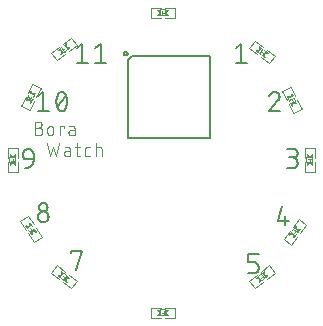
<source format=gto>
G04 EAGLE Gerber RS-274X export*
G75*
%MOMM*%
%FSLAX34Y34*%
%LPD*%
%INTop Silkscreen*%
%IPPOS*%
%AMOC8*
5,1,8,0,0,1.08239X$1,22.5*%
G01*
%ADD10C,0.152400*%
%ADD11C,0.101600*%
%ADD12C,0.100000*%
%ADD13R,0.500000X0.050000*%
%ADD14R,0.050000X0.500000*%
%ADD15C,0.203200*%

G36*
X248332Y196250D02*
X248332Y196250D01*
X252807Y198481D01*
X252808Y198483D01*
X252810Y198485D01*
X252809Y198485D01*
X252810Y198487D01*
X252809Y198487D01*
X252809Y198488D01*
X251471Y201172D01*
X251465Y201175D01*
X251465Y201174D01*
X251464Y201175D01*
X250569Y200728D01*
X250567Y200722D01*
X250694Y200353D01*
X250721Y199963D01*
X250647Y199580D01*
X250476Y199230D01*
X250220Y198935D01*
X249896Y198717D01*
X249527Y198590D01*
X249526Y198590D01*
X249455Y198585D01*
X249384Y198580D01*
X249313Y198575D01*
X249242Y198570D01*
X249171Y198565D01*
X249138Y198563D01*
X248755Y198637D01*
X248404Y198808D01*
X248109Y199064D01*
X247891Y199388D01*
X247888Y199389D01*
X247887Y199390D01*
X247885Y199390D01*
X247884Y199390D01*
X246989Y198944D01*
X246987Y198938D01*
X246987Y198937D01*
X248326Y196252D01*
X248332Y196250D01*
X248332Y196250D01*
G37*
G36*
X251455Y189986D02*
X251455Y189986D01*
X251456Y189985D01*
X252351Y190432D01*
X252353Y190436D01*
X252353Y190437D01*
X252353Y190438D01*
X252226Y190807D01*
X252199Y191197D01*
X252273Y191580D01*
X252444Y191930D01*
X252700Y192225D01*
X253024Y192443D01*
X253393Y192570D01*
X253782Y192597D01*
X254165Y192523D01*
X254516Y192352D01*
X254811Y192096D01*
X255029Y191772D01*
X255035Y191770D01*
X255036Y191770D01*
X255931Y192216D01*
X255932Y192219D01*
X255933Y192220D01*
X255932Y192221D01*
X255933Y192222D01*
X255933Y192223D01*
X254594Y194908D01*
X254588Y194910D01*
X250113Y192679D01*
X250110Y192673D01*
X250111Y192673D01*
X250111Y192672D01*
X251449Y189988D01*
X251455Y189985D01*
X251455Y189986D01*
G37*
G36*
X33614Y198792D02*
X33614Y198792D01*
X34953Y201477D01*
X34951Y201483D01*
X34951Y201484D01*
X34056Y201930D01*
X34055Y201930D01*
X34053Y201930D01*
X34052Y201929D01*
X34049Y201928D01*
X33831Y201604D01*
X33536Y201348D01*
X33185Y201177D01*
X32802Y201103D01*
X32769Y201105D01*
X32698Y201110D01*
X32627Y201115D01*
X32556Y201120D01*
X32485Y201125D01*
X32414Y201130D01*
X32413Y201130D01*
X32044Y201257D01*
X31720Y201475D01*
X31464Y201770D01*
X31293Y202120D01*
X31219Y202503D01*
X31221Y202530D01*
X31224Y202575D01*
X31227Y202615D01*
X31230Y202659D01*
X31232Y202699D01*
X31233Y202699D01*
X31232Y202699D01*
X31233Y202704D01*
X31236Y202744D01*
X31238Y202784D01*
X31239Y202789D01*
X31242Y202828D01*
X31245Y202873D01*
X31246Y202893D01*
X31373Y203262D01*
X31371Y203268D01*
X30476Y203715D01*
X30469Y203713D01*
X30470Y203713D01*
X30469Y203712D01*
X29131Y201028D01*
X29131Y201026D01*
X29130Y201026D01*
X29131Y201025D01*
X29132Y201021D01*
X29133Y201021D01*
X33608Y198790D01*
X33614Y198792D01*
G37*
G36*
X30491Y192527D02*
X30491Y192527D01*
X30490Y192527D01*
X30491Y192528D01*
X31829Y195212D01*
X31828Y195219D01*
X31827Y195219D01*
X27352Y197450D01*
X27346Y197448D01*
X26007Y194763D01*
X26008Y194762D01*
X26007Y194761D01*
X26008Y194760D01*
X26009Y194757D01*
X26009Y194756D01*
X26904Y194310D01*
X26911Y194312D01*
X27129Y194636D01*
X27424Y194892D01*
X27775Y195063D01*
X28158Y195137D01*
X28547Y195110D01*
X28916Y194983D01*
X29240Y194765D01*
X29496Y194470D01*
X29667Y194120D01*
X29741Y193737D01*
X29739Y193708D01*
X29739Y193703D01*
X29736Y193663D01*
X29733Y193619D01*
X29730Y193579D01*
X29727Y193534D01*
X29724Y193494D01*
X29721Y193450D01*
X29718Y193410D01*
X29715Y193365D01*
X29714Y193347D01*
X29587Y192978D01*
X29589Y192972D01*
X30484Y192525D01*
X30491Y192527D01*
G37*
G36*
X228570Y231220D02*
X228570Y231220D01*
X229169Y232021D01*
X229169Y232022D01*
X229169Y232023D01*
X229169Y232027D01*
X228889Y232300D01*
X228690Y232636D01*
X228584Y233012D01*
X228579Y233402D01*
X228676Y233780D01*
X228867Y234120D01*
X229139Y234400D01*
X229475Y234599D01*
X229851Y234705D01*
X230241Y234709D01*
X230619Y234613D01*
X230960Y234422D01*
X230966Y234423D01*
X231565Y235224D01*
X231565Y235230D01*
X231564Y235230D01*
X231564Y235231D01*
X229162Y237028D01*
X229155Y237027D01*
X226160Y233023D01*
X226160Y233017D01*
X226161Y233017D01*
X226161Y233016D01*
X228563Y231219D01*
X228570Y231220D01*
G37*
G36*
X222965Y235413D02*
X222965Y235413D01*
X225960Y239417D01*
X225960Y239423D01*
X225959Y239423D01*
X225959Y239424D01*
X223557Y241221D01*
X223550Y241220D01*
X222951Y240419D01*
X222951Y240413D01*
X223231Y240140D01*
X223430Y239804D01*
X223536Y239428D01*
X223541Y239038D01*
X223444Y238660D01*
X223253Y238320D01*
X222981Y238040D01*
X222645Y237841D01*
X222269Y237735D01*
X221963Y237732D01*
X221961Y237732D01*
X221879Y237731D01*
X221501Y237827D01*
X221160Y238018D01*
X221154Y238017D01*
X220555Y237216D01*
X220555Y237210D01*
X220556Y237210D01*
X220556Y237209D01*
X222958Y235412D01*
X222965Y235413D01*
G37*
G36*
X253010Y78315D02*
X253010Y78315D01*
X253010Y78316D01*
X253011Y78316D01*
X254808Y80718D01*
X254807Y80725D01*
X250803Y83720D01*
X250800Y83720D01*
X250799Y83720D01*
X250797Y83720D01*
X250797Y83719D01*
X250796Y83719D01*
X248999Y81317D01*
X248999Y81316D01*
X248999Y81315D01*
X249000Y81310D01*
X249801Y80711D01*
X249807Y80711D01*
X250080Y80991D01*
X250416Y81190D01*
X250792Y81296D01*
X251182Y81301D01*
X251560Y81204D01*
X251900Y81013D01*
X252180Y80741D01*
X252379Y80405D01*
X252485Y80029D01*
X252489Y79639D01*
X252393Y79261D01*
X252202Y78920D01*
X252203Y78914D01*
X253004Y78315D01*
X253010Y78315D01*
G37*
G36*
X257203Y83920D02*
X257203Y83920D01*
X257203Y83921D01*
X257204Y83921D01*
X259001Y86323D01*
X259000Y86330D01*
X258199Y86929D01*
X258197Y86929D01*
X258196Y86930D01*
X258195Y86929D01*
X258193Y86929D01*
X257920Y86649D01*
X257584Y86450D01*
X257208Y86344D01*
X257186Y86344D01*
X257183Y86344D01*
X256818Y86339D01*
X256440Y86436D01*
X256100Y86627D01*
X255820Y86899D01*
X255621Y87235D01*
X255515Y87611D01*
X255511Y88001D01*
X255607Y88379D01*
X255798Y88720D01*
X255797Y88726D01*
X254996Y89325D01*
X254993Y89325D01*
X254992Y89325D01*
X254990Y89325D01*
X254990Y89324D01*
X254989Y89324D01*
X253192Y86922D01*
X253192Y86921D01*
X253192Y86920D01*
X253193Y86915D01*
X257197Y83920D01*
X257203Y83920D01*
G37*
G36*
X61538Y238017D02*
X61538Y238017D01*
X63902Y239864D01*
X63903Y239871D01*
X63287Y240659D01*
X63281Y240661D01*
X62944Y240462D01*
X62568Y240358D01*
X62423Y240357D01*
X62419Y240357D01*
X62178Y240354D01*
X61800Y240452D01*
X61460Y240644D01*
X61182Y240918D01*
X60984Y241254D01*
X60880Y241630D01*
X60876Y242020D01*
X60974Y242398D01*
X61166Y242738D01*
X61440Y243017D01*
X61440Y243018D01*
X61441Y243019D01*
X61440Y243020D01*
X61440Y243023D01*
X60825Y243811D01*
X60818Y243813D01*
X60818Y243812D01*
X58454Y241965D01*
X58453Y241963D01*
X58452Y241962D01*
X58453Y241961D01*
X58453Y241959D01*
X58453Y241958D01*
X61531Y238018D01*
X61538Y238017D01*
X61538Y238017D01*
G37*
G36*
X56022Y233708D02*
X56022Y233708D01*
X58386Y235555D01*
X58387Y235561D01*
X58387Y235562D01*
X55309Y239502D01*
X55302Y239503D01*
X52938Y237656D01*
X52937Y237654D01*
X52936Y237652D01*
X52937Y237651D01*
X52937Y237649D01*
X53553Y236861D01*
X53559Y236859D01*
X53896Y237058D01*
X54272Y237162D01*
X54662Y237166D01*
X55040Y237068D01*
X55380Y236876D01*
X55658Y236602D01*
X55856Y236266D01*
X55960Y235890D01*
X55964Y235500D01*
X55866Y235122D01*
X55674Y234782D01*
X55400Y234503D01*
X55400Y234497D01*
X56015Y233709D01*
X56022Y233707D01*
X56022Y233708D01*
G37*
G36*
X265205Y139779D02*
X265205Y139779D01*
X265211Y139824D01*
X265211Y139829D01*
X265212Y139829D01*
X265211Y139829D01*
X265212Y139834D01*
X265213Y139839D01*
X265213Y139844D01*
X265214Y139849D01*
X265221Y139904D01*
X265222Y139909D01*
X265223Y139913D01*
X265223Y139914D01*
X265223Y139918D01*
X265223Y139919D01*
X265224Y139923D01*
X265225Y139928D01*
X265232Y139983D01*
X265232Y139988D01*
X265233Y139993D01*
X265234Y139998D01*
X265234Y140003D01*
X265235Y140008D01*
X265243Y140068D01*
X265244Y140072D01*
X265244Y140073D01*
X265244Y140077D01*
X265244Y140078D01*
X265245Y140082D01*
X265246Y140087D01*
X265246Y140092D01*
X265253Y140147D01*
X265254Y140152D01*
X265255Y140157D01*
X265255Y140162D01*
X265256Y140167D01*
X265405Y140527D01*
X265643Y140837D01*
X265953Y141075D01*
X266313Y141224D01*
X266700Y141275D01*
X267087Y141224D01*
X267447Y141075D01*
X267757Y140837D01*
X267995Y140527D01*
X268144Y140167D01*
X268195Y139779D01*
X268200Y139775D01*
X269200Y139775D01*
X269205Y139779D01*
X269205Y139780D01*
X269205Y142780D01*
X269201Y142785D01*
X269200Y142785D01*
X264200Y142785D01*
X264195Y142781D01*
X264195Y142780D01*
X264195Y139780D01*
X264199Y139775D01*
X264200Y139775D01*
X265200Y139775D01*
X265205Y139779D01*
G37*
G36*
X13745Y139779D02*
X13745Y139779D01*
X13751Y139824D01*
X13751Y139829D01*
X13752Y139829D01*
X13751Y139829D01*
X13752Y139834D01*
X13753Y139839D01*
X13753Y139844D01*
X13754Y139849D01*
X13761Y139904D01*
X13762Y139909D01*
X13763Y139913D01*
X13763Y139914D01*
X13763Y139918D01*
X13763Y139919D01*
X13764Y139923D01*
X13765Y139928D01*
X13772Y139983D01*
X13772Y139988D01*
X13773Y139993D01*
X13774Y139998D01*
X13774Y140003D01*
X13775Y140008D01*
X13783Y140068D01*
X13784Y140072D01*
X13784Y140073D01*
X13784Y140077D01*
X13784Y140078D01*
X13785Y140082D01*
X13786Y140087D01*
X13786Y140092D01*
X13793Y140147D01*
X13794Y140152D01*
X13795Y140157D01*
X13795Y140162D01*
X13796Y140167D01*
X13945Y140527D01*
X14183Y140837D01*
X14493Y141075D01*
X14853Y141224D01*
X15240Y141275D01*
X15627Y141224D01*
X15987Y141075D01*
X16297Y140837D01*
X16535Y140527D01*
X16684Y140167D01*
X16735Y139779D01*
X16740Y139775D01*
X17740Y139775D01*
X17745Y139779D01*
X17745Y139780D01*
X17745Y142780D01*
X17741Y142785D01*
X17740Y142785D01*
X12740Y142785D01*
X12735Y142781D01*
X12735Y142780D01*
X12735Y139780D01*
X12739Y139775D01*
X12740Y139775D01*
X13740Y139775D01*
X13745Y139779D01*
G37*
G36*
X140245Y12739D02*
X140245Y12739D01*
X140245Y12740D01*
X140245Y17740D01*
X140241Y17745D01*
X140240Y17745D01*
X137240Y17745D01*
X137235Y17741D01*
X137235Y17740D01*
X137235Y16740D01*
X137239Y16735D01*
X137627Y16684D01*
X137987Y16535D01*
X138297Y16297D01*
X138535Y15987D01*
X138684Y15627D01*
X138735Y15240D01*
X138734Y15235D01*
X138734Y15230D01*
X138726Y15175D01*
X138726Y15170D01*
X138725Y15165D01*
X138725Y15160D01*
X138724Y15160D01*
X138725Y15160D01*
X138724Y15155D01*
X138723Y15150D01*
X138715Y15091D01*
X138715Y15086D01*
X138714Y15081D01*
X138713Y15076D01*
X138713Y15071D01*
X138712Y15066D01*
X138705Y15011D01*
X138704Y15006D01*
X138704Y15001D01*
X138703Y14996D01*
X138702Y14991D01*
X138702Y14987D01*
X138702Y14986D01*
X138694Y14927D01*
X138693Y14922D01*
X138692Y14917D01*
X138692Y14912D01*
X138691Y14907D01*
X138690Y14902D01*
X138684Y14853D01*
X138535Y14493D01*
X138297Y14183D01*
X137987Y13945D01*
X137627Y13796D01*
X137239Y13745D01*
X137235Y13740D01*
X137235Y12740D01*
X137239Y12735D01*
X137240Y12735D01*
X140240Y12735D01*
X140245Y12739D01*
G37*
G36*
X140245Y266739D02*
X140245Y266739D01*
X140245Y266740D01*
X140245Y271740D01*
X140241Y271745D01*
X140240Y271745D01*
X137240Y271745D01*
X137235Y271741D01*
X137235Y271740D01*
X137235Y270740D01*
X137239Y270735D01*
X137627Y270684D01*
X137987Y270535D01*
X138297Y270297D01*
X138535Y269987D01*
X138684Y269627D01*
X138735Y269240D01*
X138734Y269235D01*
X138734Y269230D01*
X138726Y269175D01*
X138726Y269170D01*
X138725Y269165D01*
X138725Y269160D01*
X138724Y269160D01*
X138725Y269160D01*
X138724Y269155D01*
X138723Y269150D01*
X138715Y269091D01*
X138715Y269086D01*
X138714Y269081D01*
X138713Y269076D01*
X138713Y269071D01*
X138712Y269066D01*
X138705Y269011D01*
X138704Y269006D01*
X138704Y269001D01*
X138703Y268996D01*
X138702Y268991D01*
X138702Y268987D01*
X138702Y268986D01*
X138694Y268927D01*
X138693Y268922D01*
X138692Y268917D01*
X138692Y268912D01*
X138691Y268907D01*
X138690Y268902D01*
X138684Y268853D01*
X138535Y268493D01*
X138297Y268183D01*
X137987Y267945D01*
X137627Y267796D01*
X137239Y267745D01*
X137235Y267740D01*
X137235Y266740D01*
X137239Y266735D01*
X137240Y266735D01*
X140240Y266735D01*
X140245Y266739D01*
G37*
G36*
X27293Y86633D02*
X27293Y86633D01*
X31453Y89407D01*
X31455Y89413D01*
X31454Y89413D01*
X31454Y89414D01*
X29790Y91910D01*
X29783Y91911D01*
X28951Y91356D01*
X28950Y91354D01*
X28949Y91353D01*
X28950Y91352D01*
X28949Y91350D01*
X29122Y90999D01*
X29198Y90616D01*
X29186Y90443D01*
X29183Y90399D01*
X29180Y90354D01*
X29177Y90309D01*
X29174Y90265D01*
X29172Y90227D01*
X29046Y89857D01*
X28829Y89533D01*
X28535Y89276D01*
X28185Y89104D01*
X27802Y89028D01*
X27745Y89032D01*
X27670Y89037D01*
X27595Y89042D01*
X27520Y89047D01*
X27446Y89052D01*
X27413Y89054D01*
X27043Y89180D01*
X26719Y89397D01*
X26462Y89691D01*
X26455Y89692D01*
X25623Y89137D01*
X25621Y89130D01*
X25622Y89130D01*
X27286Y86634D01*
X27293Y86632D01*
X27293Y86633D01*
G37*
G36*
X31177Y80809D02*
X31177Y80809D01*
X32009Y81364D01*
X32011Y81370D01*
X31838Y81721D01*
X31762Y82104D01*
X31764Y82129D01*
X31767Y82174D01*
X31770Y82219D01*
X31773Y82263D01*
X31776Y82308D01*
X31779Y82353D01*
X31782Y82397D01*
X31782Y82398D01*
X31788Y82493D01*
X31914Y82863D01*
X32131Y83187D01*
X32425Y83444D01*
X32775Y83616D01*
X33158Y83692D01*
X33547Y83666D01*
X33917Y83540D01*
X34241Y83323D01*
X34498Y83029D01*
X34505Y83028D01*
X35337Y83583D01*
X35339Y83590D01*
X35338Y83590D01*
X33674Y86086D01*
X33667Y86088D01*
X33667Y86087D01*
X29507Y83313D01*
X29505Y83307D01*
X29506Y83307D01*
X29506Y83306D01*
X31170Y80810D01*
X31177Y80809D01*
X31177Y80809D01*
G37*
G36*
X17745Y146779D02*
X17745Y146779D01*
X17745Y146780D01*
X17745Y149780D01*
X17741Y149785D01*
X17740Y149785D01*
X16740Y149785D01*
X16735Y149781D01*
X16735Y149777D01*
X16734Y149772D01*
X16733Y149767D01*
X16733Y149762D01*
X16732Y149757D01*
X16731Y149752D01*
X16724Y149697D01*
X16723Y149692D01*
X16723Y149687D01*
X16722Y149682D01*
X16721Y149677D01*
X16721Y149672D01*
X16713Y149613D01*
X16712Y149608D01*
X16712Y149603D01*
X16711Y149598D01*
X16710Y149593D01*
X16710Y149588D01*
X16703Y149533D01*
X16702Y149533D01*
X16702Y149528D01*
X16701Y149523D01*
X16701Y149518D01*
X16700Y149513D01*
X16699Y149508D01*
X16692Y149454D01*
X16691Y149449D01*
X16691Y149444D01*
X16690Y149439D01*
X16689Y149434D01*
X16689Y149429D01*
X16684Y149393D01*
X16535Y149033D01*
X16297Y148723D01*
X15987Y148485D01*
X15627Y148336D01*
X15240Y148285D01*
X14853Y148336D01*
X14493Y148485D01*
X14183Y148723D01*
X13945Y149033D01*
X13796Y149393D01*
X13745Y149781D01*
X13740Y149785D01*
X12740Y149785D01*
X12735Y149781D01*
X12735Y149780D01*
X12735Y146780D01*
X12739Y146775D01*
X12740Y146775D01*
X17740Y146775D01*
X17745Y146779D01*
G37*
G36*
X269205Y146779D02*
X269205Y146779D01*
X269205Y146780D01*
X269205Y149780D01*
X269201Y149785D01*
X269200Y149785D01*
X268200Y149785D01*
X268195Y149781D01*
X268195Y149777D01*
X268194Y149772D01*
X268193Y149767D01*
X268193Y149762D01*
X268192Y149757D01*
X268191Y149752D01*
X268184Y149697D01*
X268183Y149692D01*
X268183Y149687D01*
X268182Y149682D01*
X268181Y149677D01*
X268181Y149672D01*
X268173Y149613D01*
X268172Y149608D01*
X268172Y149603D01*
X268171Y149598D01*
X268170Y149593D01*
X268170Y149588D01*
X268163Y149533D01*
X268162Y149533D01*
X268162Y149528D01*
X268161Y149523D01*
X268161Y149518D01*
X268160Y149513D01*
X268159Y149508D01*
X268152Y149454D01*
X268151Y149449D01*
X268151Y149444D01*
X268150Y149439D01*
X268149Y149434D01*
X268149Y149429D01*
X268144Y149393D01*
X267995Y149033D01*
X267757Y148723D01*
X267447Y148485D01*
X267087Y148336D01*
X266700Y148285D01*
X266313Y148336D01*
X265953Y148485D01*
X265643Y148723D01*
X265405Y149033D01*
X265256Y149393D01*
X265205Y149781D01*
X265200Y149785D01*
X264200Y149785D01*
X264195Y149781D01*
X264195Y149780D01*
X264195Y146780D01*
X264199Y146775D01*
X264200Y146775D01*
X269200Y146775D01*
X269205Y146779D01*
G37*
G36*
X147245Y12739D02*
X147245Y12739D01*
X147245Y12740D01*
X147245Y13740D01*
X147241Y13745D01*
X146853Y13796D01*
X146493Y13945D01*
X146183Y14183D01*
X145945Y14493D01*
X145796Y14853D01*
X145745Y15240D01*
X145750Y15278D01*
X145751Y15283D01*
X145751Y15288D01*
X145752Y15293D01*
X145753Y15298D01*
X145753Y15303D01*
X145761Y15363D01*
X145762Y15368D01*
X145763Y15373D01*
X145763Y15378D01*
X145764Y15383D01*
X145764Y15388D01*
X145765Y15388D01*
X145764Y15388D01*
X145772Y15442D01*
X145772Y15447D01*
X145773Y15452D01*
X145774Y15457D01*
X145774Y15462D01*
X145775Y15467D01*
X145782Y15522D01*
X145783Y15527D01*
X145783Y15532D01*
X145784Y15537D01*
X145785Y15542D01*
X145785Y15547D01*
X145793Y15606D01*
X145794Y15611D01*
X145795Y15616D01*
X145795Y15621D01*
X145796Y15626D01*
X145796Y15627D01*
X145945Y15987D01*
X146183Y16297D01*
X146493Y16535D01*
X146853Y16684D01*
X147241Y16735D01*
X147245Y16740D01*
X147245Y17740D01*
X147241Y17745D01*
X147240Y17745D01*
X144240Y17745D01*
X144235Y17741D01*
X144235Y17740D01*
X144235Y12740D01*
X144239Y12735D01*
X144240Y12735D01*
X147240Y12735D01*
X147245Y12739D01*
G37*
G36*
X147245Y266739D02*
X147245Y266739D01*
X147245Y266740D01*
X147245Y267740D01*
X147241Y267745D01*
X146853Y267796D01*
X146493Y267945D01*
X146183Y268183D01*
X145945Y268493D01*
X145796Y268853D01*
X145745Y269240D01*
X145750Y269278D01*
X145751Y269283D01*
X145751Y269288D01*
X145752Y269293D01*
X145753Y269298D01*
X145753Y269303D01*
X145761Y269363D01*
X145762Y269368D01*
X145763Y269373D01*
X145763Y269378D01*
X145764Y269383D01*
X145764Y269388D01*
X145765Y269388D01*
X145764Y269388D01*
X145772Y269442D01*
X145772Y269447D01*
X145773Y269452D01*
X145774Y269457D01*
X145774Y269462D01*
X145775Y269467D01*
X145782Y269522D01*
X145783Y269527D01*
X145783Y269532D01*
X145784Y269537D01*
X145785Y269542D01*
X145785Y269547D01*
X145793Y269606D01*
X145794Y269611D01*
X145795Y269616D01*
X145795Y269621D01*
X145796Y269626D01*
X145796Y269627D01*
X145945Y269987D01*
X146183Y270297D01*
X146493Y270535D01*
X146853Y270684D01*
X147241Y270735D01*
X147245Y270740D01*
X147245Y271740D01*
X147241Y271745D01*
X147240Y271745D01*
X144240Y271745D01*
X144235Y271741D01*
X144235Y271740D01*
X144235Y266740D01*
X144239Y266735D01*
X144240Y266735D01*
X147240Y266735D01*
X147245Y266739D01*
G37*
G36*
X223724Y40639D02*
X223724Y40639D01*
X226065Y42515D01*
X226066Y42521D01*
X226066Y42522D01*
X222940Y46424D01*
X222933Y46425D01*
X222933Y46424D01*
X220592Y44549D01*
X220590Y44542D01*
X220591Y44542D01*
X221216Y43761D01*
X221223Y43760D01*
X221557Y43963D01*
X221932Y44072D01*
X222322Y44080D01*
X222701Y43987D01*
X223043Y43799D01*
X223325Y43529D01*
X223527Y43195D01*
X223636Y42820D01*
X223644Y42430D01*
X223551Y42051D01*
X223363Y41709D01*
X223092Y41427D01*
X223092Y41424D01*
X223091Y41423D01*
X223092Y41422D01*
X223092Y41420D01*
X223717Y40640D01*
X223724Y40638D01*
X223724Y40639D01*
G37*
G36*
X60763Y40639D02*
X60763Y40639D01*
X60762Y40640D01*
X60763Y40640D01*
X61388Y41420D01*
X61388Y41421D01*
X61389Y41422D01*
X61388Y41423D01*
X61388Y41427D01*
X61117Y41709D01*
X60929Y42051D01*
X60836Y42430D01*
X60844Y42820D01*
X60953Y43195D01*
X61155Y43529D01*
X61437Y43799D01*
X61779Y43987D01*
X62158Y44080D01*
X62548Y44072D01*
X62923Y43963D01*
X63257Y43760D01*
X63264Y43761D01*
X63889Y44542D01*
X63889Y44548D01*
X63888Y44548D01*
X63888Y44549D01*
X61547Y46424D01*
X61540Y46424D01*
X61541Y46424D01*
X61540Y46424D01*
X58414Y42522D01*
X58414Y42515D01*
X58415Y42515D01*
X60756Y40639D01*
X60763Y40639D01*
G37*
G36*
X229187Y45016D02*
X229187Y45016D01*
X231528Y46891D01*
X231530Y46898D01*
X231529Y46898D01*
X230904Y47679D01*
X230897Y47680D01*
X230563Y47477D01*
X230188Y47368D01*
X230009Y47365D01*
X230007Y47365D01*
X229798Y47360D01*
X229419Y47453D01*
X229077Y47641D01*
X228795Y47911D01*
X228593Y48245D01*
X228484Y48620D01*
X228476Y49010D01*
X228569Y49389D01*
X228757Y49731D01*
X229028Y50013D01*
X229028Y50017D01*
X229028Y50018D01*
X229028Y50020D01*
X228403Y50800D01*
X228396Y50802D01*
X228396Y50801D01*
X226055Y48925D01*
X226054Y48919D01*
X226054Y48918D01*
X229180Y45016D01*
X229187Y45015D01*
X229187Y45016D01*
G37*
G36*
X55300Y45016D02*
X55300Y45016D01*
X55299Y45016D01*
X55300Y45016D01*
X58426Y48918D01*
X58426Y48925D01*
X58425Y48925D01*
X56084Y50801D01*
X56077Y50801D01*
X56078Y50800D01*
X56077Y50800D01*
X55452Y50020D01*
X55452Y50019D01*
X55452Y50018D01*
X55452Y50013D01*
X55723Y49731D01*
X55911Y49389D01*
X56004Y49010D01*
X55996Y48620D01*
X55887Y48245D01*
X55685Y47911D01*
X55403Y47641D01*
X55061Y47453D01*
X54682Y47360D01*
X54473Y47365D01*
X54471Y47365D01*
X54292Y47368D01*
X53917Y47477D01*
X53583Y47680D01*
X53576Y47679D01*
X52951Y46898D01*
X52951Y46892D01*
X52952Y46892D01*
X52952Y46891D01*
X55293Y45016D01*
X55300Y45016D01*
G37*
D10*
X32653Y145147D02*
X27234Y145147D01*
X27116Y145149D01*
X26998Y145155D01*
X26880Y145164D01*
X26763Y145178D01*
X26646Y145195D01*
X26529Y145216D01*
X26414Y145241D01*
X26299Y145270D01*
X26185Y145303D01*
X26073Y145339D01*
X25962Y145379D01*
X25852Y145422D01*
X25743Y145469D01*
X25636Y145519D01*
X25531Y145574D01*
X25428Y145631D01*
X25327Y145692D01*
X25227Y145756D01*
X25130Y145823D01*
X25035Y145893D01*
X24943Y145967D01*
X24852Y146043D01*
X24765Y146123D01*
X24680Y146205D01*
X24598Y146290D01*
X24518Y146377D01*
X24442Y146468D01*
X24368Y146560D01*
X24298Y146655D01*
X24231Y146752D01*
X24167Y146852D01*
X24106Y146953D01*
X24049Y147056D01*
X23994Y147161D01*
X23944Y147268D01*
X23897Y147377D01*
X23854Y147487D01*
X23814Y147598D01*
X23778Y147710D01*
X23745Y147824D01*
X23716Y147939D01*
X23691Y148054D01*
X23670Y148171D01*
X23653Y148288D01*
X23639Y148405D01*
X23630Y148523D01*
X23624Y148641D01*
X23622Y148759D01*
X23622Y149662D01*
X23624Y149795D01*
X23630Y149927D01*
X23640Y150059D01*
X23653Y150191D01*
X23671Y150323D01*
X23692Y150453D01*
X23717Y150584D01*
X23746Y150713D01*
X23779Y150841D01*
X23815Y150969D01*
X23855Y151095D01*
X23899Y151220D01*
X23947Y151344D01*
X23998Y151466D01*
X24053Y151587D01*
X24111Y151706D01*
X24173Y151824D01*
X24238Y151939D01*
X24307Y152053D01*
X24378Y152164D01*
X24454Y152273D01*
X24532Y152380D01*
X24613Y152485D01*
X24698Y152587D01*
X24785Y152687D01*
X24875Y152784D01*
X24968Y152879D01*
X25064Y152970D01*
X25162Y153059D01*
X25263Y153145D01*
X25367Y153228D01*
X25473Y153308D01*
X25581Y153384D01*
X25691Y153458D01*
X25804Y153528D01*
X25918Y153595D01*
X26035Y153658D01*
X26153Y153718D01*
X26273Y153775D01*
X26395Y153828D01*
X26518Y153877D01*
X26642Y153923D01*
X26768Y153965D01*
X26895Y154003D01*
X27023Y154038D01*
X27152Y154069D01*
X27281Y154096D01*
X27412Y154119D01*
X27543Y154139D01*
X27675Y154154D01*
X27807Y154166D01*
X27939Y154174D01*
X28072Y154178D01*
X28204Y154178D01*
X28337Y154174D01*
X28469Y154166D01*
X28601Y154154D01*
X28733Y154139D01*
X28864Y154119D01*
X28995Y154096D01*
X29124Y154069D01*
X29253Y154038D01*
X29381Y154003D01*
X29508Y153965D01*
X29634Y153923D01*
X29758Y153877D01*
X29881Y153828D01*
X30003Y153775D01*
X30123Y153718D01*
X30241Y153658D01*
X30358Y153595D01*
X30472Y153528D01*
X30585Y153458D01*
X30695Y153384D01*
X30803Y153308D01*
X30909Y153228D01*
X31013Y153145D01*
X31114Y153059D01*
X31212Y152970D01*
X31308Y152879D01*
X31401Y152784D01*
X31491Y152687D01*
X31578Y152587D01*
X31663Y152485D01*
X31744Y152380D01*
X31822Y152273D01*
X31898Y152164D01*
X31969Y152053D01*
X32038Y151939D01*
X32103Y151824D01*
X32165Y151706D01*
X32223Y151587D01*
X32278Y151466D01*
X32329Y151344D01*
X32377Y151220D01*
X32421Y151095D01*
X32461Y150969D01*
X32497Y150841D01*
X32530Y150713D01*
X32559Y150584D01*
X32584Y150453D01*
X32605Y150323D01*
X32623Y150191D01*
X32636Y150059D01*
X32646Y149927D01*
X32652Y149795D01*
X32654Y149662D01*
X32653Y149662D02*
X32653Y145147D01*
X32651Y144972D01*
X32645Y144798D01*
X32634Y144624D01*
X32619Y144450D01*
X32600Y144276D01*
X32577Y144103D01*
X32550Y143931D01*
X32518Y143759D01*
X32483Y143588D01*
X32443Y143418D01*
X32399Y143249D01*
X32351Y143081D01*
X32299Y142914D01*
X32243Y142749D01*
X32183Y142585D01*
X32120Y142422D01*
X32052Y142262D01*
X31980Y142102D01*
X31905Y141945D01*
X31825Y141789D01*
X31742Y141636D01*
X31656Y141484D01*
X31565Y141335D01*
X31471Y141188D01*
X31374Y141043D01*
X31273Y140900D01*
X31169Y140760D01*
X31061Y140623D01*
X30950Y140488D01*
X30836Y140356D01*
X30719Y140227D01*
X30598Y140100D01*
X30475Y139977D01*
X30348Y139856D01*
X30219Y139739D01*
X30087Y139625D01*
X29952Y139514D01*
X29815Y139406D01*
X29675Y139302D01*
X29532Y139201D01*
X29387Y139104D01*
X29240Y139010D01*
X29091Y138919D01*
X28939Y138833D01*
X28786Y138750D01*
X28630Y138670D01*
X28473Y138595D01*
X28313Y138523D01*
X28153Y138455D01*
X27990Y138392D01*
X27826Y138332D01*
X27661Y138276D01*
X27494Y138224D01*
X27326Y138176D01*
X27157Y138132D01*
X26987Y138092D01*
X26816Y138057D01*
X26644Y138025D01*
X26472Y137998D01*
X26299Y137975D01*
X26125Y137956D01*
X25951Y137941D01*
X25777Y137930D01*
X25603Y137924D01*
X25428Y137922D01*
X36322Y96718D02*
X36324Y96851D01*
X36330Y96983D01*
X36340Y97115D01*
X36353Y97247D01*
X36371Y97379D01*
X36392Y97509D01*
X36417Y97640D01*
X36446Y97769D01*
X36479Y97897D01*
X36515Y98025D01*
X36555Y98151D01*
X36599Y98276D01*
X36647Y98400D01*
X36698Y98522D01*
X36753Y98643D01*
X36811Y98762D01*
X36873Y98880D01*
X36938Y98995D01*
X37007Y99109D01*
X37078Y99220D01*
X37154Y99329D01*
X37232Y99436D01*
X37313Y99541D01*
X37398Y99643D01*
X37485Y99743D01*
X37575Y99840D01*
X37668Y99935D01*
X37764Y100026D01*
X37862Y100115D01*
X37963Y100201D01*
X38067Y100284D01*
X38173Y100364D01*
X38281Y100440D01*
X38391Y100514D01*
X38504Y100584D01*
X38618Y100651D01*
X38735Y100714D01*
X38853Y100774D01*
X38973Y100831D01*
X39095Y100884D01*
X39218Y100933D01*
X39342Y100979D01*
X39468Y101021D01*
X39595Y101059D01*
X39723Y101094D01*
X39852Y101125D01*
X39981Y101152D01*
X40112Y101175D01*
X40243Y101195D01*
X40375Y101210D01*
X40507Y101222D01*
X40639Y101230D01*
X40772Y101234D01*
X40904Y101234D01*
X41037Y101230D01*
X41169Y101222D01*
X41301Y101210D01*
X41433Y101195D01*
X41564Y101175D01*
X41695Y101152D01*
X41824Y101125D01*
X41953Y101094D01*
X42081Y101059D01*
X42208Y101021D01*
X42334Y100979D01*
X42458Y100933D01*
X42581Y100884D01*
X42703Y100831D01*
X42823Y100774D01*
X42941Y100714D01*
X43058Y100651D01*
X43172Y100584D01*
X43285Y100514D01*
X43395Y100440D01*
X43503Y100364D01*
X43609Y100284D01*
X43713Y100201D01*
X43814Y100115D01*
X43912Y100026D01*
X44008Y99935D01*
X44101Y99840D01*
X44191Y99743D01*
X44278Y99643D01*
X44363Y99541D01*
X44444Y99436D01*
X44522Y99329D01*
X44598Y99220D01*
X44669Y99109D01*
X44738Y98995D01*
X44803Y98880D01*
X44865Y98762D01*
X44923Y98643D01*
X44978Y98522D01*
X45029Y98400D01*
X45077Y98276D01*
X45121Y98151D01*
X45161Y98025D01*
X45197Y97897D01*
X45230Y97769D01*
X45259Y97640D01*
X45284Y97509D01*
X45305Y97379D01*
X45323Y97247D01*
X45336Y97115D01*
X45346Y96983D01*
X45352Y96851D01*
X45354Y96718D01*
X45352Y96585D01*
X45346Y96453D01*
X45336Y96321D01*
X45323Y96189D01*
X45305Y96057D01*
X45284Y95927D01*
X45259Y95796D01*
X45230Y95667D01*
X45197Y95539D01*
X45161Y95411D01*
X45121Y95285D01*
X45077Y95160D01*
X45029Y95036D01*
X44978Y94914D01*
X44923Y94793D01*
X44865Y94674D01*
X44803Y94556D01*
X44738Y94441D01*
X44669Y94327D01*
X44598Y94216D01*
X44522Y94107D01*
X44444Y94000D01*
X44363Y93895D01*
X44278Y93793D01*
X44191Y93693D01*
X44101Y93596D01*
X44008Y93501D01*
X43912Y93410D01*
X43814Y93321D01*
X43713Y93235D01*
X43609Y93152D01*
X43503Y93072D01*
X43395Y92996D01*
X43285Y92922D01*
X43172Y92852D01*
X43058Y92785D01*
X42941Y92722D01*
X42823Y92662D01*
X42703Y92605D01*
X42581Y92552D01*
X42458Y92503D01*
X42334Y92457D01*
X42208Y92415D01*
X42081Y92377D01*
X41953Y92342D01*
X41824Y92311D01*
X41695Y92284D01*
X41564Y92261D01*
X41433Y92241D01*
X41301Y92226D01*
X41169Y92214D01*
X41037Y92206D01*
X40904Y92202D01*
X40772Y92202D01*
X40639Y92206D01*
X40507Y92214D01*
X40375Y92226D01*
X40243Y92241D01*
X40112Y92261D01*
X39981Y92284D01*
X39852Y92311D01*
X39723Y92342D01*
X39595Y92377D01*
X39468Y92415D01*
X39342Y92457D01*
X39218Y92503D01*
X39095Y92552D01*
X38973Y92605D01*
X38853Y92662D01*
X38735Y92722D01*
X38618Y92785D01*
X38504Y92852D01*
X38391Y92922D01*
X38281Y92996D01*
X38173Y93072D01*
X38067Y93152D01*
X37963Y93235D01*
X37862Y93321D01*
X37764Y93410D01*
X37668Y93501D01*
X37575Y93596D01*
X37485Y93693D01*
X37398Y93793D01*
X37313Y93895D01*
X37232Y94000D01*
X37154Y94107D01*
X37078Y94216D01*
X37007Y94327D01*
X36938Y94441D01*
X36873Y94556D01*
X36811Y94674D01*
X36753Y94793D01*
X36698Y94914D01*
X36647Y95036D01*
X36599Y95160D01*
X36555Y95285D01*
X36515Y95411D01*
X36479Y95539D01*
X36446Y95667D01*
X36417Y95796D01*
X36392Y95927D01*
X36371Y96057D01*
X36353Y96189D01*
X36340Y96321D01*
X36330Y96453D01*
X36324Y96585D01*
X36322Y96718D01*
X37226Y104846D02*
X37228Y104965D01*
X37234Y105085D01*
X37244Y105204D01*
X37258Y105322D01*
X37275Y105441D01*
X37297Y105558D01*
X37322Y105675D01*
X37352Y105790D01*
X37385Y105905D01*
X37422Y106019D01*
X37462Y106131D01*
X37507Y106242D01*
X37555Y106351D01*
X37606Y106459D01*
X37661Y106565D01*
X37720Y106669D01*
X37782Y106771D01*
X37847Y106871D01*
X37916Y106969D01*
X37988Y107065D01*
X38063Y107158D01*
X38140Y107248D01*
X38221Y107336D01*
X38305Y107421D01*
X38392Y107503D01*
X38481Y107583D01*
X38573Y107659D01*
X38667Y107733D01*
X38764Y107803D01*
X38862Y107870D01*
X38963Y107934D01*
X39067Y107994D01*
X39172Y108051D01*
X39279Y108104D01*
X39387Y108154D01*
X39497Y108200D01*
X39609Y108242D01*
X39722Y108281D01*
X39836Y108316D01*
X39951Y108347D01*
X40068Y108375D01*
X40185Y108398D01*
X40302Y108418D01*
X40421Y108434D01*
X40540Y108446D01*
X40659Y108454D01*
X40778Y108458D01*
X40898Y108458D01*
X41017Y108454D01*
X41136Y108446D01*
X41255Y108434D01*
X41374Y108418D01*
X41491Y108398D01*
X41608Y108375D01*
X41725Y108347D01*
X41840Y108316D01*
X41954Y108281D01*
X42067Y108242D01*
X42179Y108200D01*
X42289Y108154D01*
X42397Y108104D01*
X42504Y108051D01*
X42609Y107994D01*
X42713Y107934D01*
X42814Y107870D01*
X42912Y107803D01*
X43009Y107733D01*
X43103Y107659D01*
X43195Y107583D01*
X43284Y107503D01*
X43371Y107421D01*
X43455Y107336D01*
X43536Y107248D01*
X43613Y107158D01*
X43688Y107065D01*
X43760Y106969D01*
X43829Y106871D01*
X43894Y106771D01*
X43956Y106669D01*
X44015Y106565D01*
X44070Y106459D01*
X44121Y106351D01*
X44169Y106242D01*
X44214Y106131D01*
X44254Y106019D01*
X44291Y105905D01*
X44324Y105790D01*
X44354Y105675D01*
X44379Y105558D01*
X44401Y105441D01*
X44418Y105322D01*
X44432Y105204D01*
X44442Y105085D01*
X44448Y104965D01*
X44450Y104846D01*
X44448Y104727D01*
X44442Y104607D01*
X44432Y104488D01*
X44418Y104370D01*
X44401Y104251D01*
X44379Y104134D01*
X44354Y104017D01*
X44324Y103902D01*
X44291Y103787D01*
X44254Y103673D01*
X44214Y103561D01*
X44169Y103450D01*
X44121Y103341D01*
X44070Y103233D01*
X44015Y103127D01*
X43956Y103023D01*
X43894Y102921D01*
X43829Y102821D01*
X43760Y102723D01*
X43688Y102627D01*
X43613Y102534D01*
X43536Y102444D01*
X43455Y102356D01*
X43371Y102271D01*
X43284Y102189D01*
X43195Y102109D01*
X43103Y102033D01*
X43009Y101959D01*
X42912Y101889D01*
X42814Y101822D01*
X42713Y101758D01*
X42609Y101698D01*
X42504Y101641D01*
X42397Y101588D01*
X42289Y101538D01*
X42179Y101492D01*
X42067Y101450D01*
X41954Y101411D01*
X41840Y101376D01*
X41725Y101345D01*
X41608Y101317D01*
X41491Y101294D01*
X41374Y101274D01*
X41255Y101258D01*
X41136Y101246D01*
X41017Y101238D01*
X40898Y101234D01*
X40778Y101234D01*
X40659Y101238D01*
X40540Y101246D01*
X40421Y101258D01*
X40302Y101274D01*
X40185Y101294D01*
X40068Y101317D01*
X39951Y101345D01*
X39836Y101376D01*
X39722Y101411D01*
X39609Y101450D01*
X39497Y101492D01*
X39387Y101538D01*
X39279Y101588D01*
X39172Y101641D01*
X39067Y101698D01*
X38963Y101758D01*
X38862Y101822D01*
X38764Y101889D01*
X38667Y101959D01*
X38573Y102033D01*
X38481Y102109D01*
X38392Y102189D01*
X38305Y102271D01*
X38221Y102356D01*
X38140Y102444D01*
X38063Y102534D01*
X37988Y102627D01*
X37916Y102723D01*
X37847Y102821D01*
X37782Y102921D01*
X37720Y103023D01*
X37661Y103127D01*
X37606Y103233D01*
X37555Y103341D01*
X37507Y103450D01*
X37462Y103561D01*
X37422Y103673D01*
X37385Y103787D01*
X37352Y103902D01*
X37322Y104017D01*
X37297Y104134D01*
X37275Y104251D01*
X37258Y104370D01*
X37244Y104488D01*
X37234Y104607D01*
X37228Y104727D01*
X37226Y104846D01*
X64262Y67818D02*
X64262Y66012D01*
X64262Y67818D02*
X73293Y67818D01*
X68778Y51562D01*
X214122Y49022D02*
X219541Y49022D01*
X219659Y49024D01*
X219777Y49030D01*
X219895Y49039D01*
X220012Y49053D01*
X220129Y49070D01*
X220246Y49091D01*
X220361Y49116D01*
X220476Y49145D01*
X220590Y49178D01*
X220702Y49214D01*
X220813Y49254D01*
X220923Y49297D01*
X221032Y49344D01*
X221139Y49394D01*
X221244Y49449D01*
X221347Y49506D01*
X221448Y49567D01*
X221548Y49631D01*
X221645Y49698D01*
X221740Y49768D01*
X221832Y49842D01*
X221923Y49918D01*
X222010Y49998D01*
X222095Y50080D01*
X222177Y50165D01*
X222257Y50252D01*
X222333Y50343D01*
X222407Y50435D01*
X222477Y50530D01*
X222544Y50627D01*
X222608Y50727D01*
X222669Y50828D01*
X222726Y50931D01*
X222781Y51036D01*
X222831Y51143D01*
X222878Y51252D01*
X222921Y51362D01*
X222961Y51473D01*
X222997Y51585D01*
X223030Y51699D01*
X223059Y51814D01*
X223084Y51929D01*
X223105Y52046D01*
X223122Y52163D01*
X223136Y52280D01*
X223145Y52398D01*
X223151Y52516D01*
X223153Y52634D01*
X223153Y54441D01*
X223151Y54559D01*
X223145Y54677D01*
X223136Y54795D01*
X223122Y54912D01*
X223105Y55029D01*
X223084Y55146D01*
X223059Y55261D01*
X223030Y55376D01*
X222997Y55490D01*
X222961Y55602D01*
X222921Y55713D01*
X222878Y55823D01*
X222831Y55932D01*
X222781Y56039D01*
X222726Y56144D01*
X222669Y56247D01*
X222608Y56348D01*
X222544Y56448D01*
X222477Y56545D01*
X222407Y56640D01*
X222333Y56732D01*
X222257Y56823D01*
X222177Y56910D01*
X222095Y56995D01*
X222010Y57077D01*
X221923Y57157D01*
X221832Y57233D01*
X221740Y57307D01*
X221645Y57377D01*
X221548Y57444D01*
X221448Y57508D01*
X221347Y57569D01*
X221244Y57626D01*
X221139Y57681D01*
X221032Y57731D01*
X220923Y57778D01*
X220813Y57821D01*
X220702Y57861D01*
X220590Y57897D01*
X220476Y57930D01*
X220361Y57959D01*
X220246Y57984D01*
X220129Y58005D01*
X220012Y58022D01*
X219895Y58036D01*
X219777Y58045D01*
X219659Y58051D01*
X219541Y58053D01*
X214122Y58053D01*
X214122Y65278D01*
X223153Y65278D01*
X239522Y93274D02*
X243134Y105918D01*
X239522Y93274D02*
X248553Y93274D01*
X245844Y96887D02*
X245844Y89662D01*
X247142Y137922D02*
X251658Y137922D01*
X251791Y137924D01*
X251923Y137930D01*
X252055Y137940D01*
X252187Y137953D01*
X252319Y137971D01*
X252449Y137992D01*
X252580Y138017D01*
X252709Y138046D01*
X252837Y138079D01*
X252965Y138115D01*
X253091Y138155D01*
X253216Y138199D01*
X253340Y138247D01*
X253462Y138298D01*
X253583Y138353D01*
X253702Y138411D01*
X253820Y138473D01*
X253935Y138538D01*
X254049Y138607D01*
X254160Y138678D01*
X254269Y138754D01*
X254376Y138832D01*
X254481Y138913D01*
X254583Y138998D01*
X254683Y139085D01*
X254780Y139175D01*
X254875Y139268D01*
X254966Y139364D01*
X255055Y139462D01*
X255141Y139563D01*
X255224Y139667D01*
X255304Y139773D01*
X255380Y139881D01*
X255454Y139991D01*
X255524Y140104D01*
X255591Y140218D01*
X255654Y140335D01*
X255714Y140453D01*
X255771Y140573D01*
X255824Y140695D01*
X255873Y140818D01*
X255919Y140942D01*
X255961Y141068D01*
X255999Y141195D01*
X256034Y141323D01*
X256065Y141452D01*
X256092Y141581D01*
X256115Y141712D01*
X256135Y141843D01*
X256150Y141975D01*
X256162Y142107D01*
X256170Y142239D01*
X256174Y142372D01*
X256174Y142504D01*
X256170Y142637D01*
X256162Y142769D01*
X256150Y142901D01*
X256135Y143033D01*
X256115Y143164D01*
X256092Y143295D01*
X256065Y143424D01*
X256034Y143553D01*
X255999Y143681D01*
X255961Y143808D01*
X255919Y143934D01*
X255873Y144058D01*
X255824Y144181D01*
X255771Y144303D01*
X255714Y144423D01*
X255654Y144541D01*
X255591Y144658D01*
X255524Y144772D01*
X255454Y144885D01*
X255380Y144995D01*
X255304Y145103D01*
X255224Y145209D01*
X255141Y145313D01*
X255055Y145414D01*
X254966Y145512D01*
X254875Y145608D01*
X254780Y145701D01*
X254683Y145791D01*
X254583Y145878D01*
X254481Y145963D01*
X254376Y146044D01*
X254269Y146122D01*
X254160Y146198D01*
X254049Y146269D01*
X253935Y146338D01*
X253820Y146403D01*
X253702Y146465D01*
X253583Y146523D01*
X253462Y146578D01*
X253340Y146629D01*
X253216Y146677D01*
X253091Y146721D01*
X252965Y146761D01*
X252837Y146797D01*
X252709Y146830D01*
X252580Y146859D01*
X252449Y146884D01*
X252319Y146905D01*
X252187Y146923D01*
X252055Y146936D01*
X251923Y146946D01*
X251791Y146952D01*
X251658Y146954D01*
X252561Y154178D02*
X247142Y154178D01*
X252561Y154178D02*
X252680Y154176D01*
X252800Y154170D01*
X252919Y154160D01*
X253037Y154146D01*
X253156Y154129D01*
X253273Y154107D01*
X253390Y154082D01*
X253505Y154052D01*
X253620Y154019D01*
X253734Y153982D01*
X253846Y153942D01*
X253957Y153897D01*
X254066Y153849D01*
X254174Y153798D01*
X254280Y153743D01*
X254384Y153684D01*
X254486Y153622D01*
X254586Y153557D01*
X254684Y153488D01*
X254780Y153416D01*
X254873Y153341D01*
X254963Y153264D01*
X255051Y153183D01*
X255136Y153099D01*
X255218Y153012D01*
X255298Y152923D01*
X255374Y152831D01*
X255448Y152737D01*
X255518Y152640D01*
X255585Y152542D01*
X255649Y152441D01*
X255709Y152337D01*
X255766Y152232D01*
X255819Y152125D01*
X255869Y152017D01*
X255915Y151907D01*
X255957Y151795D01*
X255996Y151682D01*
X256031Y151568D01*
X256062Y151453D01*
X256090Y151336D01*
X256113Y151219D01*
X256133Y151102D01*
X256149Y150983D01*
X256161Y150864D01*
X256169Y150745D01*
X256173Y150626D01*
X256173Y150506D01*
X256169Y150387D01*
X256161Y150268D01*
X256149Y150149D01*
X256133Y150030D01*
X256113Y149913D01*
X256090Y149796D01*
X256062Y149679D01*
X256031Y149564D01*
X255996Y149450D01*
X255957Y149337D01*
X255915Y149225D01*
X255869Y149115D01*
X255819Y149007D01*
X255766Y148900D01*
X255709Y148795D01*
X255649Y148691D01*
X255585Y148590D01*
X255518Y148492D01*
X255448Y148395D01*
X255374Y148301D01*
X255298Y148209D01*
X255218Y148120D01*
X255136Y148033D01*
X255051Y147949D01*
X254963Y147868D01*
X254873Y147791D01*
X254780Y147716D01*
X254684Y147644D01*
X254586Y147575D01*
X254486Y147510D01*
X254384Y147448D01*
X254280Y147389D01*
X254174Y147334D01*
X254066Y147283D01*
X253957Y147235D01*
X253846Y147190D01*
X253734Y147150D01*
X253620Y147113D01*
X253505Y147080D01*
X253390Y147050D01*
X253273Y147025D01*
X253156Y147003D01*
X253037Y146986D01*
X252919Y146972D01*
X252800Y146962D01*
X252680Y146956D01*
X252561Y146954D01*
X252561Y146953D02*
X248948Y146953D01*
X240933Y198374D02*
X240931Y198499D01*
X240925Y198624D01*
X240916Y198749D01*
X240902Y198873D01*
X240885Y198997D01*
X240864Y199121D01*
X240839Y199243D01*
X240810Y199365D01*
X240778Y199486D01*
X240742Y199606D01*
X240702Y199725D01*
X240659Y199842D01*
X240612Y199958D01*
X240561Y200073D01*
X240507Y200185D01*
X240449Y200297D01*
X240389Y200406D01*
X240324Y200513D01*
X240257Y200619D01*
X240186Y200722D01*
X240112Y200823D01*
X240035Y200922D01*
X239955Y201018D01*
X239872Y201112D01*
X239787Y201203D01*
X239698Y201292D01*
X239607Y201377D01*
X239513Y201460D01*
X239417Y201540D01*
X239318Y201617D01*
X239217Y201691D01*
X239114Y201762D01*
X239008Y201829D01*
X238901Y201894D01*
X238792Y201954D01*
X238680Y202012D01*
X238568Y202066D01*
X238453Y202117D01*
X238337Y202164D01*
X238220Y202207D01*
X238101Y202247D01*
X237981Y202283D01*
X237860Y202315D01*
X237738Y202344D01*
X237616Y202369D01*
X237492Y202390D01*
X237368Y202407D01*
X237244Y202421D01*
X237119Y202430D01*
X236994Y202436D01*
X236869Y202438D01*
X236726Y202436D01*
X236584Y202430D01*
X236441Y202420D01*
X236299Y202407D01*
X236158Y202389D01*
X236016Y202368D01*
X235876Y202343D01*
X235736Y202314D01*
X235597Y202281D01*
X235459Y202244D01*
X235322Y202204D01*
X235187Y202160D01*
X235052Y202112D01*
X234919Y202060D01*
X234787Y202005D01*
X234657Y201946D01*
X234529Y201884D01*
X234402Y201818D01*
X234277Y201749D01*
X234154Y201677D01*
X234034Y201601D01*
X233915Y201522D01*
X233798Y201439D01*
X233684Y201354D01*
X233572Y201265D01*
X233463Y201174D01*
X233356Y201079D01*
X233251Y200982D01*
X233150Y200881D01*
X233051Y200778D01*
X232955Y200673D01*
X232862Y200564D01*
X232772Y200453D01*
X232685Y200340D01*
X232601Y200225D01*
X232521Y200107D01*
X232443Y199987D01*
X232369Y199865D01*
X232299Y199741D01*
X232231Y199615D01*
X232168Y199487D01*
X232107Y199358D01*
X232050Y199227D01*
X231997Y199095D01*
X231948Y198961D01*
X231902Y198826D01*
X239578Y195213D02*
X239672Y195305D01*
X239762Y195399D01*
X239850Y195496D01*
X239935Y195596D01*
X240017Y195698D01*
X240096Y195803D01*
X240171Y195910D01*
X240243Y196019D01*
X240312Y196130D01*
X240378Y196244D01*
X240440Y196359D01*
X240499Y196476D01*
X240554Y196595D01*
X240605Y196715D01*
X240653Y196837D01*
X240698Y196960D01*
X240738Y197084D01*
X240775Y197210D01*
X240808Y197337D01*
X240837Y197464D01*
X240863Y197593D01*
X240884Y197722D01*
X240902Y197852D01*
X240915Y197982D01*
X240925Y198112D01*
X240931Y198243D01*
X240933Y198374D01*
X239578Y195213D02*
X231902Y186182D01*
X240933Y186182D01*
X203962Y239466D02*
X208478Y243078D01*
X208478Y226822D01*
X212993Y226822D02*
X203962Y226822D01*
X73858Y243078D02*
X69342Y239466D01*
X73858Y243078D02*
X73858Y226822D01*
X78373Y226822D02*
X69342Y226822D01*
X84973Y239466D02*
X89489Y243078D01*
X89489Y226822D01*
X94004Y226822D02*
X84973Y226822D01*
X40838Y202438D02*
X36322Y198826D01*
X40838Y202438D02*
X40838Y186182D01*
X45353Y186182D02*
X36322Y186182D01*
X51953Y194310D02*
X51957Y194630D01*
X51968Y194949D01*
X51987Y195269D01*
X52014Y195587D01*
X52048Y195905D01*
X52090Y196222D01*
X52140Y196538D01*
X52197Y196853D01*
X52261Y197166D01*
X52333Y197478D01*
X52412Y197788D01*
X52499Y198095D01*
X52593Y198401D01*
X52694Y198704D01*
X52803Y199005D01*
X52918Y199303D01*
X53041Y199599D01*
X53171Y199891D01*
X53308Y200180D01*
X53308Y200181D02*
X53347Y200289D01*
X53390Y200396D01*
X53436Y200501D01*
X53487Y200605D01*
X53540Y200707D01*
X53597Y200807D01*
X53658Y200905D01*
X53722Y201000D01*
X53789Y201094D01*
X53860Y201185D01*
X53933Y201274D01*
X54010Y201360D01*
X54089Y201443D01*
X54171Y201524D01*
X54256Y201602D01*
X54344Y201676D01*
X54434Y201748D01*
X54526Y201816D01*
X54621Y201882D01*
X54718Y201944D01*
X54817Y202002D01*
X54919Y202058D01*
X55021Y202109D01*
X55126Y202157D01*
X55232Y202202D01*
X55340Y202243D01*
X55449Y202280D01*
X55559Y202313D01*
X55671Y202342D01*
X55783Y202368D01*
X55896Y202390D01*
X56010Y202407D01*
X56124Y202421D01*
X56239Y202431D01*
X56354Y202437D01*
X56469Y202439D01*
X56469Y202438D02*
X56584Y202436D01*
X56699Y202430D01*
X56814Y202420D01*
X56928Y202406D01*
X57042Y202389D01*
X57155Y202367D01*
X57267Y202341D01*
X57379Y202312D01*
X57489Y202279D01*
X57598Y202242D01*
X57706Y202201D01*
X57812Y202156D01*
X57917Y202108D01*
X58019Y202057D01*
X58120Y202001D01*
X58220Y201943D01*
X58317Y201881D01*
X58411Y201816D01*
X58504Y201747D01*
X58594Y201675D01*
X58682Y201601D01*
X58767Y201523D01*
X58849Y201442D01*
X58928Y201359D01*
X59005Y201273D01*
X59078Y201184D01*
X59149Y201093D01*
X59216Y200999D01*
X59280Y200904D01*
X59341Y200806D01*
X59398Y200706D01*
X59451Y200604D01*
X59502Y200500D01*
X59548Y200395D01*
X59591Y200288D01*
X59630Y200180D01*
X59629Y200180D02*
X59766Y199891D01*
X59896Y199599D01*
X60019Y199303D01*
X60134Y199005D01*
X60243Y198704D01*
X60344Y198401D01*
X60438Y198095D01*
X60525Y197788D01*
X60604Y197478D01*
X60676Y197166D01*
X60740Y196853D01*
X60797Y196538D01*
X60847Y196222D01*
X60889Y195905D01*
X60923Y195587D01*
X60950Y195269D01*
X60969Y194949D01*
X60980Y194630D01*
X60984Y194310D01*
X51954Y194310D02*
X51958Y193990D01*
X51969Y193671D01*
X51988Y193351D01*
X52015Y193033D01*
X52049Y192715D01*
X52091Y192398D01*
X52141Y192082D01*
X52198Y191767D01*
X52262Y191454D01*
X52334Y191142D01*
X52413Y190832D01*
X52500Y190525D01*
X52594Y190219D01*
X52695Y189916D01*
X52804Y189615D01*
X52919Y189317D01*
X53042Y189021D01*
X53172Y188729D01*
X53309Y188440D01*
X53308Y188440D02*
X53347Y188332D01*
X53390Y188225D01*
X53436Y188120D01*
X53487Y188016D01*
X53540Y187914D01*
X53597Y187814D01*
X53658Y187716D01*
X53722Y187621D01*
X53789Y187527D01*
X53860Y187436D01*
X53933Y187347D01*
X54010Y187261D01*
X54089Y187178D01*
X54171Y187097D01*
X54256Y187019D01*
X54344Y186945D01*
X54434Y186873D01*
X54527Y186804D01*
X54621Y186739D01*
X54718Y186677D01*
X54818Y186619D01*
X54919Y186563D01*
X55021Y186512D01*
X55126Y186464D01*
X55232Y186419D01*
X55340Y186378D01*
X55449Y186341D01*
X55559Y186308D01*
X55671Y186279D01*
X55783Y186253D01*
X55896Y186231D01*
X56010Y186214D01*
X56124Y186200D01*
X56239Y186190D01*
X56354Y186184D01*
X56469Y186182D01*
X59629Y188440D02*
X59766Y188729D01*
X59896Y189021D01*
X60019Y189317D01*
X60134Y189615D01*
X60243Y189916D01*
X60344Y190219D01*
X60438Y190525D01*
X60525Y190832D01*
X60604Y191142D01*
X60676Y191454D01*
X60740Y191767D01*
X60797Y192082D01*
X60847Y192398D01*
X60889Y192715D01*
X60923Y193033D01*
X60950Y193351D01*
X60969Y193671D01*
X60980Y193990D01*
X60984Y194310D01*
X59630Y188440D02*
X59591Y188332D01*
X59548Y188225D01*
X59502Y188120D01*
X59451Y188016D01*
X59398Y187914D01*
X59341Y187814D01*
X59280Y187716D01*
X59216Y187621D01*
X59149Y187527D01*
X59078Y187436D01*
X59005Y187347D01*
X58928Y187261D01*
X58849Y187178D01*
X58767Y187097D01*
X58682Y187019D01*
X58594Y186945D01*
X58504Y186873D01*
X58411Y186804D01*
X58317Y186739D01*
X58220Y186677D01*
X58120Y186619D01*
X58019Y186563D01*
X57916Y186512D01*
X57812Y186464D01*
X57706Y186419D01*
X57598Y186378D01*
X57489Y186341D01*
X57379Y186308D01*
X57267Y186279D01*
X57155Y186253D01*
X57042Y186231D01*
X56928Y186214D01*
X56814Y186200D01*
X56699Y186190D01*
X56584Y186184D01*
X56469Y186182D01*
X52856Y189794D02*
X60081Y198826D01*
D11*
X36774Y172099D02*
X33528Y172099D01*
X36774Y172100D02*
X36887Y172098D01*
X37000Y172092D01*
X37113Y172082D01*
X37226Y172068D01*
X37338Y172051D01*
X37449Y172029D01*
X37559Y172004D01*
X37669Y171974D01*
X37777Y171941D01*
X37884Y171904D01*
X37990Y171864D01*
X38094Y171819D01*
X38197Y171771D01*
X38298Y171720D01*
X38397Y171665D01*
X38494Y171607D01*
X38589Y171545D01*
X38682Y171480D01*
X38772Y171412D01*
X38860Y171341D01*
X38946Y171266D01*
X39029Y171189D01*
X39109Y171109D01*
X39186Y171026D01*
X39261Y170940D01*
X39332Y170852D01*
X39400Y170762D01*
X39465Y170669D01*
X39527Y170574D01*
X39585Y170477D01*
X39640Y170378D01*
X39691Y170277D01*
X39739Y170174D01*
X39784Y170070D01*
X39824Y169964D01*
X39861Y169857D01*
X39894Y169749D01*
X39924Y169639D01*
X39949Y169529D01*
X39971Y169418D01*
X39988Y169306D01*
X40002Y169193D01*
X40012Y169080D01*
X40018Y168967D01*
X40020Y168854D01*
X40018Y168741D01*
X40012Y168628D01*
X40002Y168515D01*
X39988Y168402D01*
X39971Y168290D01*
X39949Y168179D01*
X39924Y168069D01*
X39894Y167959D01*
X39861Y167851D01*
X39824Y167744D01*
X39784Y167638D01*
X39739Y167534D01*
X39691Y167431D01*
X39640Y167330D01*
X39585Y167231D01*
X39527Y167134D01*
X39465Y167039D01*
X39400Y166946D01*
X39332Y166856D01*
X39261Y166768D01*
X39186Y166682D01*
X39109Y166599D01*
X39029Y166519D01*
X38946Y166442D01*
X38860Y166367D01*
X38772Y166296D01*
X38682Y166228D01*
X38589Y166163D01*
X38494Y166101D01*
X38397Y166043D01*
X38298Y165988D01*
X38197Y165937D01*
X38094Y165889D01*
X37990Y165844D01*
X37884Y165804D01*
X37777Y165767D01*
X37669Y165734D01*
X37559Y165704D01*
X37449Y165679D01*
X37338Y165657D01*
X37226Y165640D01*
X37113Y165626D01*
X37000Y165616D01*
X36887Y165610D01*
X36774Y165608D01*
X33528Y165608D01*
X33528Y177292D01*
X36774Y177292D01*
X36875Y177290D01*
X36975Y177284D01*
X37075Y177274D01*
X37175Y177261D01*
X37274Y177243D01*
X37373Y177222D01*
X37470Y177197D01*
X37567Y177168D01*
X37662Y177135D01*
X37756Y177099D01*
X37848Y177059D01*
X37939Y177016D01*
X38028Y176969D01*
X38115Y176919D01*
X38201Y176865D01*
X38284Y176808D01*
X38364Y176748D01*
X38443Y176685D01*
X38519Y176618D01*
X38592Y176549D01*
X38662Y176477D01*
X38730Y176403D01*
X38795Y176326D01*
X38856Y176246D01*
X38915Y176164D01*
X38970Y176080D01*
X39022Y175994D01*
X39071Y175906D01*
X39116Y175816D01*
X39158Y175724D01*
X39196Y175631D01*
X39230Y175536D01*
X39261Y175441D01*
X39288Y175344D01*
X39311Y175246D01*
X39331Y175147D01*
X39346Y175047D01*
X39358Y174947D01*
X39366Y174847D01*
X39370Y174746D01*
X39370Y174646D01*
X39366Y174545D01*
X39358Y174445D01*
X39346Y174345D01*
X39331Y174245D01*
X39311Y174146D01*
X39288Y174048D01*
X39261Y173951D01*
X39230Y173856D01*
X39196Y173761D01*
X39158Y173668D01*
X39116Y173576D01*
X39071Y173486D01*
X39022Y173398D01*
X38970Y173312D01*
X38915Y173228D01*
X38856Y173146D01*
X38795Y173066D01*
X38730Y172989D01*
X38662Y172915D01*
X38592Y172843D01*
X38519Y172774D01*
X38443Y172707D01*
X38364Y172644D01*
X38284Y172584D01*
X38201Y172527D01*
X38115Y172473D01*
X38028Y172423D01*
X37939Y172376D01*
X37848Y172333D01*
X37756Y172293D01*
X37662Y172257D01*
X37567Y172224D01*
X37470Y172195D01*
X37373Y172170D01*
X37274Y172149D01*
X37175Y172131D01*
X37075Y172118D01*
X36975Y172108D01*
X36875Y172102D01*
X36774Y172100D01*
X44295Y170801D02*
X44295Y168204D01*
X44295Y170801D02*
X44297Y170902D01*
X44303Y171002D01*
X44313Y171102D01*
X44326Y171202D01*
X44344Y171301D01*
X44365Y171400D01*
X44390Y171497D01*
X44419Y171594D01*
X44452Y171689D01*
X44488Y171783D01*
X44528Y171875D01*
X44571Y171966D01*
X44618Y172055D01*
X44668Y172142D01*
X44722Y172228D01*
X44779Y172311D01*
X44839Y172391D01*
X44902Y172470D01*
X44969Y172546D01*
X45038Y172619D01*
X45110Y172689D01*
X45184Y172757D01*
X45261Y172822D01*
X45341Y172883D01*
X45423Y172942D01*
X45507Y172997D01*
X45593Y173049D01*
X45681Y173098D01*
X45771Y173143D01*
X45863Y173185D01*
X45956Y173223D01*
X46051Y173257D01*
X46146Y173288D01*
X46243Y173315D01*
X46341Y173338D01*
X46440Y173358D01*
X46540Y173373D01*
X46640Y173385D01*
X46740Y173393D01*
X46841Y173397D01*
X46941Y173397D01*
X47042Y173393D01*
X47142Y173385D01*
X47242Y173373D01*
X47342Y173358D01*
X47441Y173338D01*
X47539Y173315D01*
X47636Y173288D01*
X47731Y173257D01*
X47826Y173223D01*
X47919Y173185D01*
X48011Y173143D01*
X48101Y173098D01*
X48189Y173049D01*
X48275Y172997D01*
X48359Y172942D01*
X48441Y172883D01*
X48521Y172822D01*
X48598Y172757D01*
X48672Y172689D01*
X48744Y172619D01*
X48813Y172546D01*
X48880Y172470D01*
X48943Y172391D01*
X49003Y172311D01*
X49060Y172228D01*
X49114Y172142D01*
X49164Y172055D01*
X49211Y171966D01*
X49254Y171875D01*
X49294Y171783D01*
X49330Y171689D01*
X49363Y171594D01*
X49392Y171497D01*
X49417Y171400D01*
X49438Y171301D01*
X49456Y171202D01*
X49469Y171102D01*
X49479Y171002D01*
X49485Y170902D01*
X49487Y170801D01*
X49488Y170801D02*
X49488Y168204D01*
X49487Y168204D02*
X49485Y168103D01*
X49479Y168003D01*
X49469Y167903D01*
X49456Y167803D01*
X49438Y167704D01*
X49417Y167605D01*
X49392Y167508D01*
X49363Y167411D01*
X49330Y167316D01*
X49294Y167222D01*
X49254Y167130D01*
X49211Y167039D01*
X49164Y166950D01*
X49114Y166863D01*
X49060Y166777D01*
X49003Y166694D01*
X48943Y166614D01*
X48880Y166535D01*
X48813Y166459D01*
X48744Y166386D01*
X48672Y166316D01*
X48598Y166248D01*
X48521Y166183D01*
X48441Y166122D01*
X48359Y166063D01*
X48275Y166008D01*
X48189Y165956D01*
X48101Y165907D01*
X48011Y165862D01*
X47919Y165820D01*
X47826Y165782D01*
X47731Y165748D01*
X47636Y165717D01*
X47539Y165690D01*
X47441Y165667D01*
X47342Y165647D01*
X47242Y165632D01*
X47142Y165620D01*
X47042Y165612D01*
X46941Y165608D01*
X46841Y165608D01*
X46740Y165612D01*
X46640Y165620D01*
X46540Y165632D01*
X46440Y165647D01*
X46341Y165667D01*
X46243Y165690D01*
X46146Y165717D01*
X46051Y165748D01*
X45956Y165782D01*
X45863Y165820D01*
X45771Y165862D01*
X45681Y165907D01*
X45593Y165956D01*
X45507Y166008D01*
X45423Y166063D01*
X45341Y166122D01*
X45261Y166183D01*
X45184Y166248D01*
X45110Y166316D01*
X45038Y166386D01*
X44969Y166459D01*
X44902Y166535D01*
X44839Y166614D01*
X44779Y166694D01*
X44722Y166777D01*
X44668Y166863D01*
X44618Y166950D01*
X44571Y167039D01*
X44528Y167130D01*
X44488Y167222D01*
X44452Y167316D01*
X44419Y167411D01*
X44390Y167508D01*
X44365Y167605D01*
X44344Y167704D01*
X44326Y167803D01*
X44313Y167903D01*
X44303Y168003D01*
X44297Y168103D01*
X44295Y168204D01*
X54648Y165608D02*
X54648Y173397D01*
X58543Y173397D01*
X58543Y172099D01*
X64415Y170152D02*
X67336Y170152D01*
X64415Y170152D02*
X64321Y170150D01*
X64227Y170144D01*
X64134Y170135D01*
X64041Y170121D01*
X63949Y170104D01*
X63857Y170082D01*
X63767Y170058D01*
X63677Y170029D01*
X63589Y169997D01*
X63502Y169961D01*
X63417Y169921D01*
X63334Y169878D01*
X63252Y169832D01*
X63172Y169782D01*
X63095Y169729D01*
X63020Y169673D01*
X62947Y169614D01*
X62876Y169552D01*
X62808Y169487D01*
X62743Y169419D01*
X62681Y169348D01*
X62622Y169275D01*
X62566Y169200D01*
X62513Y169123D01*
X62463Y169043D01*
X62417Y168961D01*
X62374Y168878D01*
X62334Y168793D01*
X62298Y168706D01*
X62266Y168618D01*
X62237Y168528D01*
X62213Y168438D01*
X62191Y168346D01*
X62174Y168254D01*
X62160Y168161D01*
X62151Y168068D01*
X62145Y167974D01*
X62143Y167880D01*
X62145Y167786D01*
X62151Y167692D01*
X62160Y167599D01*
X62174Y167506D01*
X62191Y167414D01*
X62213Y167322D01*
X62237Y167232D01*
X62266Y167142D01*
X62298Y167054D01*
X62334Y166967D01*
X62374Y166882D01*
X62417Y166799D01*
X62463Y166717D01*
X62513Y166637D01*
X62566Y166560D01*
X62622Y166485D01*
X62681Y166412D01*
X62743Y166341D01*
X62808Y166273D01*
X62876Y166208D01*
X62947Y166146D01*
X63020Y166087D01*
X63095Y166031D01*
X63172Y165978D01*
X63252Y165928D01*
X63334Y165882D01*
X63417Y165839D01*
X63502Y165799D01*
X63589Y165763D01*
X63677Y165731D01*
X63767Y165702D01*
X63857Y165678D01*
X63949Y165656D01*
X64041Y165639D01*
X64134Y165625D01*
X64227Y165616D01*
X64321Y165610D01*
X64415Y165608D01*
X67336Y165608D01*
X67336Y171450D01*
X67335Y171450D02*
X67333Y171537D01*
X67327Y171625D01*
X67317Y171711D01*
X67304Y171798D01*
X67286Y171883D01*
X67265Y171968D01*
X67240Y172052D01*
X67211Y172134D01*
X67178Y172215D01*
X67142Y172295D01*
X67103Y172373D01*
X67059Y172449D01*
X67013Y172523D01*
X66963Y172594D01*
X66910Y172664D01*
X66854Y172731D01*
X66795Y172795D01*
X66733Y172857D01*
X66669Y172916D01*
X66602Y172972D01*
X66532Y173025D01*
X66461Y173075D01*
X66387Y173121D01*
X66311Y173165D01*
X66233Y173204D01*
X66153Y173240D01*
X66072Y173273D01*
X65990Y173302D01*
X65906Y173327D01*
X65821Y173348D01*
X65736Y173366D01*
X65649Y173379D01*
X65563Y173389D01*
X65475Y173395D01*
X65388Y173397D01*
X62792Y173397D01*
X43688Y159512D02*
X46284Y147828D01*
X48881Y155617D01*
X51477Y147828D01*
X54074Y159512D01*
X60689Y152372D02*
X63610Y152372D01*
X60689Y152372D02*
X60595Y152370D01*
X60501Y152364D01*
X60408Y152355D01*
X60315Y152341D01*
X60223Y152324D01*
X60131Y152302D01*
X60041Y152278D01*
X59951Y152249D01*
X59863Y152217D01*
X59776Y152181D01*
X59691Y152141D01*
X59608Y152098D01*
X59526Y152052D01*
X59446Y152002D01*
X59369Y151949D01*
X59294Y151893D01*
X59221Y151834D01*
X59150Y151772D01*
X59082Y151707D01*
X59017Y151639D01*
X58955Y151568D01*
X58896Y151495D01*
X58840Y151420D01*
X58787Y151343D01*
X58737Y151263D01*
X58691Y151181D01*
X58648Y151098D01*
X58608Y151013D01*
X58572Y150926D01*
X58540Y150838D01*
X58511Y150748D01*
X58487Y150658D01*
X58465Y150566D01*
X58448Y150474D01*
X58434Y150381D01*
X58425Y150288D01*
X58419Y150194D01*
X58417Y150100D01*
X58419Y150006D01*
X58425Y149912D01*
X58434Y149819D01*
X58448Y149726D01*
X58465Y149634D01*
X58487Y149542D01*
X58511Y149452D01*
X58540Y149362D01*
X58572Y149274D01*
X58608Y149187D01*
X58648Y149102D01*
X58691Y149019D01*
X58737Y148937D01*
X58787Y148857D01*
X58840Y148780D01*
X58896Y148705D01*
X58955Y148632D01*
X59017Y148561D01*
X59082Y148493D01*
X59150Y148428D01*
X59221Y148366D01*
X59294Y148307D01*
X59369Y148251D01*
X59446Y148198D01*
X59526Y148148D01*
X59608Y148102D01*
X59691Y148059D01*
X59776Y148019D01*
X59863Y147983D01*
X59951Y147951D01*
X60041Y147922D01*
X60131Y147898D01*
X60223Y147876D01*
X60315Y147859D01*
X60408Y147845D01*
X60501Y147836D01*
X60595Y147830D01*
X60689Y147828D01*
X63610Y147828D01*
X63610Y153670D01*
X63608Y153757D01*
X63602Y153845D01*
X63592Y153931D01*
X63579Y154018D01*
X63561Y154103D01*
X63540Y154188D01*
X63515Y154272D01*
X63486Y154354D01*
X63453Y154435D01*
X63417Y154515D01*
X63378Y154593D01*
X63334Y154669D01*
X63288Y154743D01*
X63238Y154814D01*
X63185Y154884D01*
X63129Y154951D01*
X63070Y155015D01*
X63008Y155077D01*
X62944Y155136D01*
X62877Y155192D01*
X62807Y155245D01*
X62736Y155295D01*
X62662Y155341D01*
X62586Y155385D01*
X62508Y155424D01*
X62428Y155460D01*
X62347Y155493D01*
X62265Y155522D01*
X62181Y155547D01*
X62096Y155568D01*
X62011Y155586D01*
X61924Y155599D01*
X61838Y155609D01*
X61750Y155615D01*
X61663Y155617D01*
X59067Y155617D01*
X67796Y155617D02*
X71691Y155617D01*
X69094Y159512D02*
X69094Y149775D01*
X69095Y149775D02*
X69097Y149688D01*
X69103Y149600D01*
X69113Y149514D01*
X69126Y149427D01*
X69144Y149342D01*
X69165Y149257D01*
X69190Y149173D01*
X69219Y149091D01*
X69252Y149010D01*
X69288Y148930D01*
X69327Y148852D01*
X69371Y148776D01*
X69417Y148702D01*
X69467Y148631D01*
X69520Y148561D01*
X69576Y148494D01*
X69635Y148430D01*
X69697Y148368D01*
X69761Y148309D01*
X69828Y148253D01*
X69898Y148200D01*
X69969Y148150D01*
X70043Y148104D01*
X70119Y148060D01*
X70197Y148021D01*
X70277Y147985D01*
X70358Y147952D01*
X70440Y147923D01*
X70524Y147898D01*
X70609Y147877D01*
X70694Y147859D01*
X70781Y147846D01*
X70867Y147836D01*
X70955Y147830D01*
X71042Y147828D01*
X71691Y147828D01*
X77963Y147828D02*
X80559Y147828D01*
X77963Y147828D02*
X77876Y147830D01*
X77788Y147836D01*
X77702Y147846D01*
X77615Y147859D01*
X77530Y147877D01*
X77445Y147898D01*
X77361Y147923D01*
X77279Y147952D01*
X77198Y147985D01*
X77118Y148021D01*
X77040Y148060D01*
X76964Y148104D01*
X76890Y148150D01*
X76819Y148200D01*
X76749Y148253D01*
X76682Y148309D01*
X76618Y148368D01*
X76556Y148430D01*
X76497Y148494D01*
X76441Y148561D01*
X76388Y148631D01*
X76338Y148702D01*
X76292Y148776D01*
X76248Y148852D01*
X76209Y148930D01*
X76173Y149010D01*
X76140Y149091D01*
X76111Y149173D01*
X76086Y149257D01*
X76065Y149342D01*
X76047Y149427D01*
X76034Y149514D01*
X76024Y149600D01*
X76018Y149688D01*
X76016Y149775D01*
X76016Y153670D01*
X76018Y153757D01*
X76024Y153845D01*
X76034Y153931D01*
X76047Y154018D01*
X76065Y154103D01*
X76086Y154188D01*
X76111Y154272D01*
X76140Y154354D01*
X76173Y154435D01*
X76209Y154515D01*
X76248Y154593D01*
X76292Y154669D01*
X76338Y154743D01*
X76388Y154814D01*
X76441Y154884D01*
X76497Y154951D01*
X76556Y155015D01*
X76618Y155077D01*
X76682Y155136D01*
X76749Y155192D01*
X76819Y155245D01*
X76890Y155295D01*
X76964Y155341D01*
X77040Y155385D01*
X77118Y155424D01*
X77198Y155460D01*
X77279Y155493D01*
X77361Y155522D01*
X77445Y155547D01*
X77530Y155568D01*
X77615Y155586D01*
X77702Y155599D01*
X77788Y155609D01*
X77876Y155615D01*
X77963Y155617D01*
X80559Y155617D01*
X85146Y159512D02*
X85146Y147828D01*
X85146Y155617D02*
X88392Y155617D01*
X88479Y155615D01*
X88567Y155609D01*
X88653Y155599D01*
X88740Y155586D01*
X88825Y155568D01*
X88910Y155547D01*
X88994Y155522D01*
X89076Y155493D01*
X89157Y155460D01*
X89237Y155424D01*
X89315Y155385D01*
X89391Y155341D01*
X89465Y155295D01*
X89536Y155245D01*
X89606Y155192D01*
X89673Y155136D01*
X89737Y155077D01*
X89799Y155016D01*
X89858Y154951D01*
X89914Y154884D01*
X89967Y154814D01*
X90017Y154743D01*
X90063Y154669D01*
X90107Y154593D01*
X90146Y154515D01*
X90182Y154435D01*
X90215Y154354D01*
X90244Y154272D01*
X90269Y154188D01*
X90290Y154103D01*
X90308Y154018D01*
X90321Y153931D01*
X90331Y153845D01*
X90337Y153757D01*
X90339Y153670D01*
X90339Y147828D01*
D12*
X220048Y245713D02*
X226855Y240621D01*
X220048Y245713D02*
X215256Y239307D01*
X222062Y234215D01*
X225265Y231819D02*
X232072Y226727D01*
X236864Y233133D01*
X230058Y238225D01*
D13*
G36*
X229260Y236325D02*
X225257Y239319D01*
X225556Y239719D01*
X229559Y236725D01*
X229260Y236325D01*
G37*
G36*
X226564Y232721D02*
X222561Y235715D01*
X222860Y236115D01*
X226863Y233121D01*
X226564Y232721D01*
G37*
D12*
X225259Y236819D02*
X226457Y238420D01*
X225259Y236819D02*
X224061Y235218D01*
X225259Y236819D02*
X226861Y235621D01*
X26008Y198115D02*
X22215Y190508D01*
X29375Y186938D01*
X33167Y194545D01*
X34952Y198125D02*
X38745Y205732D01*
X31585Y209302D01*
X27793Y201695D01*
D13*
G36*
X29805Y201249D02*
X27575Y196776D01*
X27127Y196999D01*
X29357Y201472D01*
X29805Y201249D01*
G37*
G36*
X33833Y199241D02*
X31603Y194768D01*
X31155Y194991D01*
X33385Y199464D01*
X33833Y199241D01*
G37*
D12*
X30034Y197225D02*
X28244Y198117D01*
X30034Y197225D02*
X31824Y196333D01*
X30034Y197225D02*
X30926Y199015D01*
X47683Y235448D02*
X54381Y240681D01*
X47683Y235448D02*
X52609Y229144D01*
X59307Y234377D01*
X62459Y236839D02*
X69157Y242072D01*
X64231Y248376D01*
X57533Y243143D01*
D13*
G36*
X59158Y241875D02*
X55219Y238797D01*
X54912Y239191D01*
X58851Y242269D01*
X59158Y241875D01*
G37*
G36*
X61928Y238329D02*
X57989Y235251D01*
X57682Y235645D01*
X61621Y238723D01*
X61928Y238329D01*
G37*
D12*
X57632Y238144D02*
X56401Y239720D01*
X57632Y238144D02*
X58863Y236568D01*
X57632Y238144D02*
X59208Y239376D01*
X131740Y273240D02*
X140240Y273240D01*
X131740Y273240D02*
X131740Y265240D01*
X140240Y265240D01*
X144240Y265240D02*
X152740Y265240D01*
X152740Y273240D01*
X144240Y273240D01*
D13*
X142240Y271490D03*
X142240Y266990D03*
D12*
X141240Y269240D02*
X141240Y271240D01*
X141240Y269240D02*
X141240Y267240D01*
X141240Y269240D02*
X143240Y269240D01*
X250355Y206762D02*
X254147Y199155D01*
X250355Y206762D02*
X243195Y203192D01*
X246988Y195585D01*
X248773Y192005D02*
X252565Y184398D01*
X259725Y187968D01*
X255932Y195575D01*
D13*
G36*
X254365Y194236D02*
X252135Y198709D01*
X252583Y198932D01*
X254813Y194459D01*
X254365Y194236D01*
G37*
G36*
X250337Y192228D02*
X248107Y196701D01*
X248555Y196924D01*
X250785Y192451D01*
X250337Y192228D01*
G37*
D12*
X251014Y196475D02*
X252804Y197367D01*
X251014Y196475D02*
X249224Y195583D01*
X251014Y196475D02*
X251906Y194685D01*
X270700Y155280D02*
X270700Y146780D01*
X270700Y155280D02*
X262700Y155280D01*
X262700Y146780D01*
X262700Y142780D02*
X262700Y134280D01*
X270700Y134280D01*
X270700Y142780D01*
D14*
X268950Y144780D03*
X264450Y144780D03*
D12*
X266700Y145780D02*
X268700Y145780D01*
X266700Y145780D02*
X264700Y145780D01*
X266700Y145780D02*
X266700Y143780D01*
X263493Y89832D02*
X258401Y83025D01*
X263493Y89832D02*
X257087Y94624D01*
X251995Y87818D01*
X249599Y84615D02*
X244507Y77808D01*
X250913Y73016D01*
X256005Y79822D01*
D13*
G36*
X254105Y80620D02*
X257099Y84623D01*
X257499Y84324D01*
X254505Y80321D01*
X254105Y80620D01*
G37*
G36*
X250501Y83316D02*
X253495Y87319D01*
X253895Y87020D01*
X250901Y83017D01*
X250501Y83316D01*
G37*
D12*
X254599Y84621D02*
X256200Y83423D01*
X254599Y84621D02*
X252998Y85819D01*
X254599Y84621D02*
X253401Y83019D01*
X236755Y49163D02*
X230122Y43849D01*
X236755Y49163D02*
X231754Y55407D01*
X225120Y50092D01*
X221998Y47591D02*
X215365Y42277D01*
X220366Y36033D01*
X227000Y41348D01*
D13*
G36*
X225360Y42597D02*
X229261Y45722D01*
X229574Y45331D01*
X225673Y42206D01*
X225360Y42597D01*
G37*
G36*
X222546Y46109D02*
X226447Y49234D01*
X226760Y48843D01*
X222859Y45718D01*
X222546Y46109D01*
G37*
D12*
X226840Y46345D02*
X228091Y44784D01*
X226840Y46345D02*
X225590Y47906D01*
X226840Y46345D02*
X225280Y45095D01*
X152740Y11240D02*
X144240Y11240D01*
X152740Y11240D02*
X152740Y19240D01*
X144240Y19240D01*
X140240Y19240D02*
X131740Y19240D01*
X131740Y11240D01*
X140240Y11240D01*
D13*
X142240Y12990D03*
X142240Y17490D03*
D12*
X143240Y15240D02*
X143240Y13240D01*
X143240Y15240D02*
X143240Y17240D01*
X143240Y15240D02*
X141240Y15240D01*
X64114Y36033D02*
X57480Y41348D01*
X64114Y36033D02*
X69115Y42277D01*
X62482Y47591D01*
X59360Y50092D02*
X52726Y55407D01*
X47725Y49163D01*
X54358Y43849D01*
D13*
G36*
X55219Y45722D02*
X59120Y42597D01*
X58807Y42206D01*
X54906Y45331D01*
X55219Y45722D01*
G37*
G36*
X58033Y49234D02*
X61934Y46109D01*
X61621Y45718D01*
X57720Y48843D01*
X58033Y49234D01*
G37*
D12*
X59200Y45095D02*
X57950Y43534D01*
X59200Y45095D02*
X60451Y46656D01*
X59200Y45095D02*
X57640Y46345D01*
X32978Y75405D02*
X28262Y82477D01*
X32978Y75405D02*
X39634Y79844D01*
X34918Y86915D01*
X32698Y90243D02*
X27982Y97315D01*
X21326Y92876D01*
X26042Y85805D01*
D13*
G36*
X27429Y87330D02*
X30203Y83171D01*
X29787Y82894D01*
X27013Y87053D01*
X27429Y87330D01*
G37*
G36*
X31173Y89826D02*
X33947Y85667D01*
X33531Y85390D01*
X30757Y89549D01*
X31173Y89826D01*
G37*
D12*
X31035Y85528D02*
X29371Y84418D01*
X31035Y85528D02*
X32699Y86638D01*
X31035Y85528D02*
X29925Y87192D01*
X11240Y134280D02*
X11240Y142780D01*
X11240Y134280D02*
X19240Y134280D01*
X19240Y142780D01*
X19240Y146780D02*
X19240Y155280D01*
X11240Y155280D01*
X11240Y146780D01*
D14*
X12990Y144780D03*
X17490Y144780D03*
D12*
X15240Y143780D02*
X13240Y143780D01*
X15240Y143780D02*
X17240Y143780D01*
X15240Y143780D02*
X15240Y145780D01*
D15*
X182370Y163070D02*
X182370Y233170D01*
X182370Y163070D02*
X112270Y163070D01*
X112270Y229620D01*
X115820Y233170D02*
X182370Y233170D01*
X115820Y233170D02*
X112270Y229620D01*
X109220Y234950D02*
X109222Y235028D01*
X109228Y235105D01*
X109238Y235183D01*
X109252Y235259D01*
X109269Y235335D01*
X109291Y235410D01*
X109316Y235483D01*
X109345Y235556D01*
X109378Y235626D01*
X109415Y235695D01*
X109454Y235762D01*
X109497Y235827D01*
X109544Y235889D01*
X109593Y235949D01*
X109646Y236007D01*
X109701Y236061D01*
X109759Y236113D01*
X109820Y236162D01*
X109883Y236208D01*
X109949Y236250D01*
X110016Y236289D01*
X110085Y236324D01*
X110156Y236356D01*
X110229Y236384D01*
X110303Y236409D01*
X110378Y236429D01*
X110454Y236446D01*
X110531Y236459D01*
X110608Y236468D01*
X110686Y236473D01*
X110763Y236474D01*
X110841Y236471D01*
X110919Y236464D01*
X110996Y236453D01*
X111072Y236438D01*
X111148Y236420D01*
X111222Y236397D01*
X111296Y236371D01*
X111367Y236341D01*
X111438Y236307D01*
X111506Y236270D01*
X111572Y236229D01*
X111637Y236185D01*
X111699Y236138D01*
X111758Y236088D01*
X111815Y236034D01*
X111869Y235978D01*
X111920Y235920D01*
X111968Y235858D01*
X112013Y235795D01*
X112054Y235729D01*
X112092Y235661D01*
X112127Y235591D01*
X112158Y235520D01*
X112185Y235447D01*
X112208Y235373D01*
X112228Y235297D01*
X112244Y235221D01*
X112256Y235144D01*
X112264Y235067D01*
X112268Y234989D01*
X112268Y234911D01*
X112264Y234833D01*
X112256Y234756D01*
X112244Y234679D01*
X112228Y234603D01*
X112208Y234527D01*
X112185Y234453D01*
X112158Y234380D01*
X112127Y234309D01*
X112092Y234239D01*
X112054Y234171D01*
X112013Y234105D01*
X111968Y234042D01*
X111920Y233980D01*
X111869Y233922D01*
X111815Y233866D01*
X111758Y233812D01*
X111699Y233762D01*
X111637Y233715D01*
X111572Y233671D01*
X111506Y233630D01*
X111438Y233593D01*
X111367Y233559D01*
X111296Y233529D01*
X111222Y233503D01*
X111148Y233480D01*
X111072Y233462D01*
X110996Y233447D01*
X110919Y233436D01*
X110841Y233429D01*
X110763Y233426D01*
X110686Y233427D01*
X110608Y233432D01*
X110531Y233441D01*
X110454Y233454D01*
X110378Y233471D01*
X110303Y233491D01*
X110229Y233516D01*
X110156Y233544D01*
X110085Y233576D01*
X110016Y233611D01*
X109949Y233650D01*
X109883Y233692D01*
X109820Y233738D01*
X109759Y233787D01*
X109701Y233839D01*
X109646Y233893D01*
X109593Y233951D01*
X109544Y234011D01*
X109497Y234073D01*
X109454Y234138D01*
X109415Y234205D01*
X109378Y234274D01*
X109345Y234344D01*
X109316Y234417D01*
X109291Y234490D01*
X109269Y234565D01*
X109252Y234641D01*
X109238Y234717D01*
X109228Y234795D01*
X109222Y234872D01*
X109220Y234950D01*
M02*

</source>
